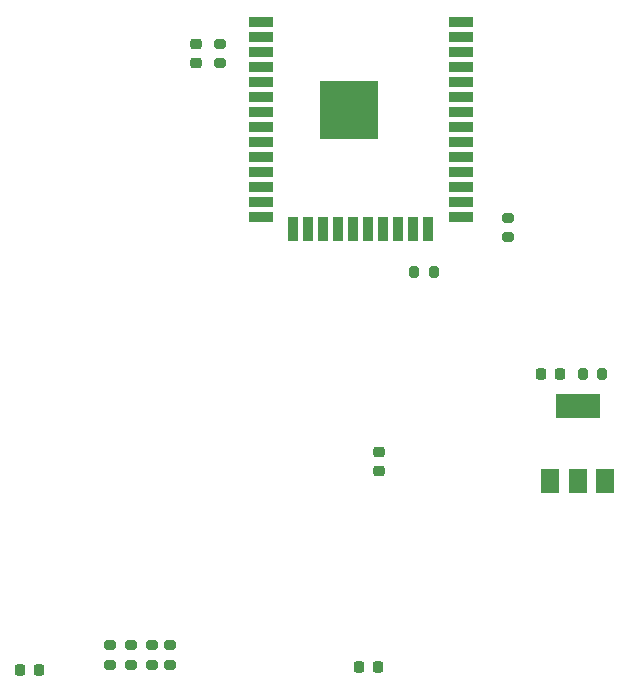
<source format=gbr>
%TF.GenerationSoftware,KiCad,Pcbnew,(6.0.0)*%
%TF.CreationDate,2022-01-04T00:38:11-05:00*%
%TF.ProjectId,esp32 breakout,65737033-3220-4627-9265-616b6f75742e,rev?*%
%TF.SameCoordinates,Original*%
%TF.FileFunction,Paste,Top*%
%TF.FilePolarity,Positive*%
%FSLAX46Y46*%
G04 Gerber Fmt 4.6, Leading zero omitted, Abs format (unit mm)*
G04 Created by KiCad (PCBNEW (6.0.0)) date 2022-01-04 00:38:11*
%MOMM*%
%LPD*%
G01*
G04 APERTURE LIST*
G04 Aperture macros list*
%AMRoundRect*
0 Rectangle with rounded corners*
0 $1 Rounding radius*
0 $2 $3 $4 $5 $6 $7 $8 $9 X,Y pos of 4 corners*
0 Add a 4 corners polygon primitive as box body*
4,1,4,$2,$3,$4,$5,$6,$7,$8,$9,$2,$3,0*
0 Add four circle primitives for the rounded corners*
1,1,$1+$1,$2,$3*
1,1,$1+$1,$4,$5*
1,1,$1+$1,$6,$7*
1,1,$1+$1,$8,$9*
0 Add four rect primitives between the rounded corners*
20,1,$1+$1,$2,$3,$4,$5,0*
20,1,$1+$1,$4,$5,$6,$7,0*
20,1,$1+$1,$6,$7,$8,$9,0*
20,1,$1+$1,$8,$9,$2,$3,0*%
G04 Aperture macros list end*
%ADD10RoundRect,0.200000X0.275000X-0.200000X0.275000X0.200000X-0.275000X0.200000X-0.275000X-0.200000X0*%
%ADD11RoundRect,0.225000X0.250000X-0.225000X0.250000X0.225000X-0.250000X0.225000X-0.250000X-0.225000X0*%
%ADD12RoundRect,0.225000X-0.225000X-0.250000X0.225000X-0.250000X0.225000X0.250000X-0.225000X0.250000X0*%
%ADD13RoundRect,0.225000X0.225000X0.250000X-0.225000X0.250000X-0.225000X-0.250000X0.225000X-0.250000X0*%
%ADD14R,1.500000X2.000000*%
%ADD15R,3.800000X2.000000*%
%ADD16RoundRect,0.200000X-0.275000X0.200000X-0.275000X-0.200000X0.275000X-0.200000X0.275000X0.200000X0*%
%ADD17RoundRect,0.218750X-0.218750X-0.256250X0.218750X-0.256250X0.218750X0.256250X-0.218750X0.256250X0*%
%ADD18RoundRect,0.200000X0.200000X0.275000X-0.200000X0.275000X-0.200000X-0.275000X0.200000X-0.275000X0*%
%ADD19R,2.000000X0.900000*%
%ADD20R,0.900000X2.000000*%
%ADD21R,5.000000X5.000000*%
G04 APERTURE END LIST*
D10*
%TO.C,R6*%
X149733000Y-106870000D03*
X149733000Y-105220000D03*
%TD*%
D11*
%TO.C,C6*%
X168910000Y-90437000D03*
X168910000Y-88887000D03*
%TD*%
D12*
%TO.C,C5*%
X167246000Y-107061000D03*
X168796000Y-107061000D03*
%TD*%
D13*
%TO.C,C2*%
X140094000Y-107315000D03*
X138544000Y-107315000D03*
%TD*%
D14*
%TO.C,U2*%
X183434888Y-91288000D03*
D15*
X185734888Y-84988000D03*
D14*
X185734888Y-91288000D03*
X188034888Y-91288000D03*
%TD*%
D11*
%TO.C,C1*%
X153416000Y-55893000D03*
X153416000Y-54343000D03*
%TD*%
D16*
%TO.C,R1*%
X155448000Y-54293000D03*
X155448000Y-55943000D03*
%TD*%
D17*
%TO.C,D1*%
X182661388Y-82296000D03*
X184236388Y-82296000D03*
%TD*%
D18*
%TO.C,R9*%
X173545000Y-73660000D03*
X171895000Y-73660000D03*
%TD*%
D10*
%TO.C,R3*%
X147955000Y-106870000D03*
X147955000Y-105220000D03*
%TD*%
%TO.C,R2*%
X146177000Y-106870000D03*
X146177000Y-105220000D03*
%TD*%
D18*
%TO.C,R4*%
X187829888Y-82296000D03*
X186179888Y-82296000D03*
%TD*%
D19*
%TO.C,U1*%
X158886000Y-52451000D03*
X158886000Y-53721000D03*
X158886000Y-54991000D03*
X158886000Y-56261000D03*
X158886000Y-57531000D03*
X158886000Y-58801000D03*
X158886000Y-60071000D03*
X158886000Y-61341000D03*
X158886000Y-62611000D03*
X158886000Y-63881000D03*
X158886000Y-65151000D03*
X158886000Y-66421000D03*
X158886000Y-67691000D03*
X158886000Y-68961000D03*
D20*
X161671000Y-69961000D03*
X162941000Y-69961000D03*
X164211000Y-69961000D03*
X165481000Y-69961000D03*
X166751000Y-69961000D03*
X168021000Y-69961000D03*
X169291000Y-69961000D03*
X170561000Y-69961000D03*
X171831000Y-69961000D03*
X173101000Y-69961000D03*
D19*
X175886000Y-68961000D03*
X175886000Y-67691000D03*
X175886000Y-66421000D03*
X175886000Y-65151000D03*
X175886000Y-63881000D03*
X175886000Y-62611000D03*
X175886000Y-61341000D03*
X175886000Y-60071000D03*
X175886000Y-58801000D03*
X175886000Y-57531000D03*
X175886000Y-56261000D03*
X175886000Y-54991000D03*
X175886000Y-53721000D03*
X175886000Y-52451000D03*
D21*
X166386000Y-59951000D03*
%TD*%
D10*
%TO.C,R7*%
X151257000Y-106870000D03*
X151257000Y-105220000D03*
%TD*%
%TO.C,R5*%
X179832000Y-70675000D03*
X179832000Y-69025000D03*
%TD*%
M02*

</source>
